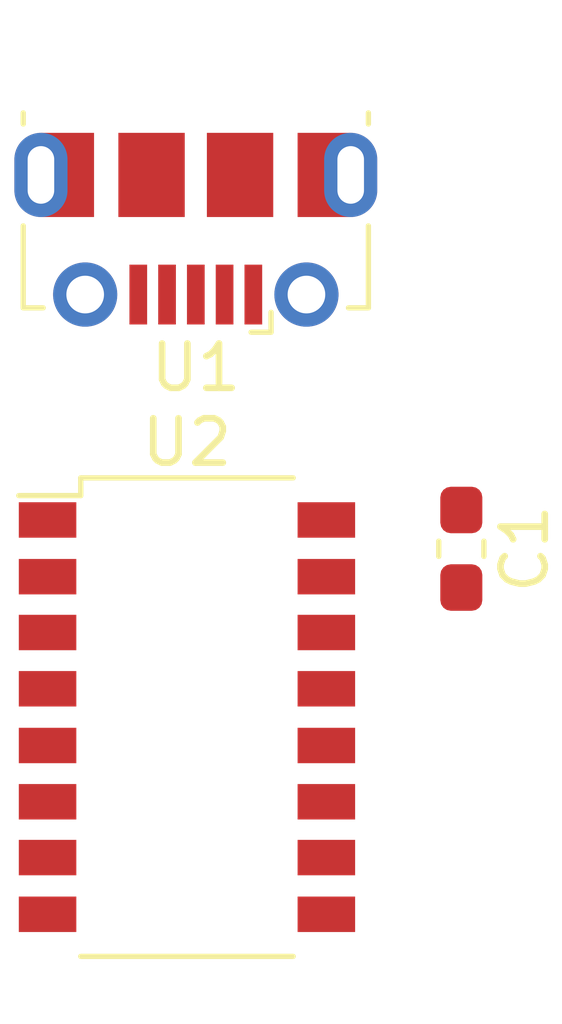
<source format=kicad_pcb>
(kicad_pcb (version 20171130) (host pcbnew 5.1.2-f72e74a~84~ubuntu18.04.1)

  (general
    (thickness 1.6)
    (drawings 0)
    (tracks 0)
    (zones 0)
    (modules 3)
    (nets 5)
  )

  (page User 215.9 139.7)
  (layers
    (0 F.Cu signal)
    (31 B.Cu signal)
    (32 B.Adhes user)
    (33 F.Adhes user)
    (34 B.Paste user)
    (35 F.Paste user)
    (36 B.SilkS user)
    (37 F.SilkS user)
    (38 B.Mask user)
    (39 F.Mask user)
    (40 Dwgs.User user)
    (41 Cmts.User user)
    (42 Eco1.User user)
    (43 Eco2.User user)
    (44 Edge.Cuts user)
    (45 Margin user)
    (46 B.CrtYd user)
    (47 F.CrtYd user)
    (48 B.Fab user)
    (49 F.Fab user)
  )

  (setup
    (last_trace_width 0.25)
    (trace_clearance 0.2)
    (zone_clearance 0.508)
    (zone_45_only no)
    (trace_min 0.2)
    (via_size 0.8)
    (via_drill 0.4)
    (via_min_size 0.4)
    (via_min_drill 0.3)
    (uvia_size 0.3)
    (uvia_drill 0.1)
    (uvias_allowed no)
    (uvia_min_size 0.2)
    (uvia_min_drill 0.1)
    (edge_width 0.05)
    (segment_width 0.2)
    (pcb_text_width 0.3)
    (pcb_text_size 1.5 1.5)
    (mod_edge_width 0.12)
    (mod_text_size 1 1)
    (mod_text_width 0.15)
    (pad_size 1.524 1.524)
    (pad_drill 0.762)
    (pad_to_mask_clearance 0.051)
    (solder_mask_min_width 0.25)
    (aux_axis_origin 0 0)
    (visible_elements FFFFFF7F)
    (pcbplotparams
      (layerselection 0x010fc_ffffffff)
      (usegerberextensions false)
      (usegerberattributes false)
      (usegerberadvancedattributes false)
      (creategerberjobfile false)
      (excludeedgelayer true)
      (linewidth 0.100000)
      (plotframeref false)
      (viasonmask false)
      (mode 1)
      (useauxorigin false)
      (hpglpennumber 1)
      (hpglpenspeed 20)
      (hpglpendiameter 15.000000)
      (psnegative false)
      (psa4output false)
      (plotreference true)
      (plotvalue true)
      (plotinvisibletext false)
      (padsonsilk false)
      (subtractmaskfromsilk false)
      (outputformat 1)
      (mirror false)
      (drillshape 1)
      (scaleselection 1)
      (outputdirectory ""))
  )

  (net 0 "")
  (net 1 +3V3)
  (net 2 GND)
  (net 3 "Net-(U1-Pad3)")
  (net 4 "Net-(U1-Pad2)")

  (net_class Default "This is the default net class."
    (clearance 0.2)
    (trace_width 0.25)
    (via_dia 0.8)
    (via_drill 0.4)
    (uvia_dia 0.3)
    (uvia_drill 0.1)
    (add_net +3V3)
    (add_net +5V)
    (add_net /DTR)
    (add_net /RTS)
    (add_net /RXI)
    (add_net /TXO)
    (add_net GND)
    (add_net "Net-(U1-Pad2)")
    (add_net "Net-(U1-Pad3)")
    (add_net "Net-(U1-Pad4)")
    (add_net "Net-(U2-Pad10)")
    (add_net "Net-(U2-Pad11)")
    (add_net "Net-(U2-Pad12)")
    (add_net "Net-(U2-Pad15)")
    (add_net "Net-(U2-Pad7)")
    (add_net "Net-(U2-Pad8)")
    (add_net "Net-(U2-Pad9)")
  )

  (module footprint-lib:CH340C (layer F.Cu) (tedit 5D034EB9) (tstamp 5D03E814)
    (at 20.2 27)
    (descr "16-Lead Plastic Small Outline http://www.vishay.com/docs/49633/sg2098.pdf")
    (tags CH340C)
    (path /5D069003)
    (attr smd)
    (fp_text reference U2 (at 0 -6.2) (layer F.SilkS)
      (effects (font (size 1 1) (thickness 0.15)))
    )
    (fp_text value CH340C (at 0 6.1) (layer F.Fab)
      (effects (font (size 1 1) (thickness 0.15)))
    )
    (fp_text user %R (at 0 0) (layer F.Fab)
      (effects (font (size 0.8 0.8) (thickness 0.15)))
    )
    (fp_line (start -2.2 -4.6) (end -1.6 -5.2) (layer F.Fab) (width 0.1))
    (fp_line (start -2.4 -5.4) (end -2.4 -5) (layer F.SilkS) (width 0.12))
    (fp_line (start -2.4 -5) (end -3.8 -5) (layer F.SilkS) (width 0.12))
    (fp_line (start -1.6 -5.2) (end 2.2 -5.2) (layer F.Fab) (width 0.1))
    (fp_line (start 2.2 -5.2) (end 2.2 5.2) (layer F.Fab) (width 0.1))
    (fp_line (start 2.2 5.2) (end -2.2 5.2) (layer F.Fab) (width 0.1))
    (fp_line (start -2.2 5.2) (end -2.2 -4.6) (layer F.Fab) (width 0.1))
    (fp_line (start -2.4 -5.4) (end 2.4 -5.4) (layer F.SilkS) (width 0.12))
    (fp_line (start -2.4 5.4) (end 2.4 5.4) (layer F.SilkS) (width 0.12))
    (fp_line (start -4.05 -5.45) (end 4.05 -5.45) (layer F.CrtYd) (width 0.05))
    (fp_line (start -4.05 -5.45) (end -4.05 5.45) (layer F.CrtYd) (width 0.05))
    (fp_line (start 4.05 5.45) (end 4.05 -5.45) (layer F.CrtYd) (width 0.05))
    (fp_line (start 4.05 5.45) (end -4.05 5.45) (layer F.CrtYd) (width 0.05))
    (pad 1 smd rect (at -3.15 -4.45) (size 1.3 0.8) (layers F.Cu F.Paste F.Mask)
      (net 2 GND))
    (pad 2 smd rect (at -3.15 -3.17) (size 1.3 0.8) (layers F.Cu F.Paste F.Mask))
    (pad 3 smd rect (at -3.15 -1.91) (size 1.3 0.8) (layers F.Cu F.Paste F.Mask))
    (pad 4 smd rect (at -3.15 -0.64) (size 1.3 0.8) (layers F.Cu F.Paste F.Mask)
      (net 1 +3V3))
    (pad 5 smd rect (at -3.15 0.64) (size 1.3 0.8) (layers F.Cu F.Paste F.Mask)
      (net 3 "Net-(U1-Pad3)"))
    (pad 6 smd rect (at -3.15 1.91) (size 1.3 0.8) (layers F.Cu F.Paste F.Mask)
      (net 4 "Net-(U1-Pad2)"))
    (pad 7 smd rect (at -3.15 3.17) (size 1.3 0.8) (layers F.Cu F.Paste F.Mask))
    (pad 8 smd rect (at -3.15 4.45) (size 1.3 0.8) (layers F.Cu F.Paste F.Mask))
    (pad 9 smd rect (at 3.15 4.45) (size 1.3 0.8) (layers F.Cu F.Paste F.Mask))
    (pad 10 smd rect (at 3.15 3.17) (size 1.3 0.8) (layers F.Cu F.Paste F.Mask))
    (pad 11 smd rect (at 3.15 1.91) (size 1.3 0.8) (layers F.Cu F.Paste F.Mask))
    (pad 12 smd rect (at 3.15 0.64) (size 1.3 0.8) (layers F.Cu F.Paste F.Mask))
    (pad 13 smd rect (at 3.15 -0.64) (size 1.3 0.8) (layers F.Cu F.Paste F.Mask))
    (pad 14 smd rect (at 3.15 -1.91) (size 1.3 0.8) (layers F.Cu F.Paste F.Mask))
    (pad 15 smd rect (at 3.15 -3.17) (size 1.3 0.8) (layers F.Cu F.Paste F.Mask))
    (pad 16 smd rect (at 3.15 -4.45) (size 1.3 0.8) (layers F.Cu F.Paste F.Mask)
      (net 1 +3V3))
    (model ${KISYS3DMOD}/Package_SO.3dshapes/SOP-16_4.4x10.4mm_P1.27mm.wrl
      (at (xyz 0 0 0))
      (scale (xyz 1 1 1))
      (rotate (xyz 0 0 0))
    )
  )

  (module footprint-lib:USB_Micro-B_Molex-105017-0001 (layer F.Cu) (tedit 5CF4B89B) (tstamp 5D03E7F2)
    (at 20.4 16 180)
    (descr http://www.molex.com/pdm_docs/sd/1050170001_sd.pdf)
    (tags "Micro-USB SMD Typ-B")
    (path /5D0698D1)
    (attr smd)
    (fp_text reference U1 (at 0 -3.1125) (layer F.SilkS)
      (effects (font (size 1 1) (thickness 0.15)))
    )
    (fp_text value USB_Micro (at 0.3 4.3375) (layer F.Fab)
      (effects (font (size 1 1) (thickness 0.15)))
    )
    (fp_line (start -1.1 -2.1225) (end -1.1 -1.9125) (layer F.Fab) (width 0.1))
    (fp_line (start -1.5 -2.1225) (end -1.5 -1.9125) (layer F.Fab) (width 0.1))
    (fp_line (start -1.5 -2.1225) (end -1.1 -2.1225) (layer F.Fab) (width 0.1))
    (fp_line (start -1.1 -1.9125) (end -1.3 -1.7125) (layer F.Fab) (width 0.1))
    (fp_line (start -1.3 -1.7125) (end -1.5 -1.9125) (layer F.Fab) (width 0.1))
    (fp_line (start -1.7 -2.3125) (end -1.7 -1.8625) (layer F.SilkS) (width 0.12))
    (fp_line (start -1.7 -2.3125) (end -1.25 -2.3125) (layer F.SilkS) (width 0.12))
    (fp_line (start 3.9 -1.7625) (end 3.45 -1.7625) (layer F.SilkS) (width 0.12))
    (fp_line (start 3.9 0.0875) (end 3.9 -1.7625) (layer F.SilkS) (width 0.12))
    (fp_line (start -3.9 2.6375) (end -3.9 2.3875) (layer F.SilkS) (width 0.12))
    (fp_line (start -3.75 3.3875) (end -3.75 -1.6125) (layer F.Fab) (width 0.1))
    (fp_line (start -3.75 -1.6125) (end 3.75 -1.6125) (layer F.Fab) (width 0.1))
    (fp_line (start -3.75 3.389204) (end 3.75 3.389204) (layer F.Fab) (width 0.1))
    (fp_line (start -3 2.689204) (end 3 2.689204) (layer F.Fab) (width 0.1))
    (fp_line (start 3.75 3.3875) (end 3.75 -1.6125) (layer F.Fab) (width 0.1))
    (fp_line (start 3.9 2.6375) (end 3.9 2.3875) (layer F.SilkS) (width 0.12))
    (fp_line (start -3.9 0.0875) (end -3.9 -1.7625) (layer F.SilkS) (width 0.12))
    (fp_line (start -3.9 -1.7625) (end -3.45 -1.7625) (layer F.SilkS) (width 0.12))
    (fp_line (start -4.4 3.64) (end -4.4 -2.46) (layer F.CrtYd) (width 0.05))
    (fp_line (start -4.4 -2.46) (end 4.4 -2.46) (layer F.CrtYd) (width 0.05))
    (fp_line (start 4.4 -2.46) (end 4.4 3.64) (layer F.CrtYd) (width 0.05))
    (fp_line (start -4.4 3.64) (end 4.4 3.64) (layer F.CrtYd) (width 0.05))
    (fp_text user %R (at 0 0.8875) (layer F.Fab)
      (effects (font (size 1 1) (thickness 0.15)))
    )
    (fp_text user "PCB Edge" (at 0 3.2) (layer Dwgs.User)
      (effects (font (size 0.5 0.5) (thickness 0.08)))
    )
    (pad 6 smd rect (at -2.9 1.2375 180) (size 1.2 1.9) (layers F.Cu F.Mask)
      (net 2 GND))
    (pad 7 smd rect (at 2.9 1.2375 180) (size 1.2 1.9) (layers F.Cu F.Mask)
      (net 2 GND))
    (pad 7 thru_hole oval (at 3.5 1.2375 180) (size 1.2 1.9) (drill oval 0.6 1.3) (layers *.Cu *.Mask)
      (net 2 GND))
    (pad 6 thru_hole oval (at -3.5 1.2375) (size 1.2 1.9) (drill oval 0.6 1.3) (layers *.Cu *.Mask)
      (net 2 GND))
    (pad 6 smd rect (at -1 1.2375 180) (size 1.5 1.9) (layers F.Cu F.Paste F.Mask)
      (net 2 GND))
    (pad 9 thru_hole circle (at 2.5 -1.4625 180) (size 1.45 1.45) (drill 0.85) (layers *.Cu *.Mask)
      (net 2 GND))
    (pad 3 smd rect (at 0 -1.4625 180) (size 0.4 1.35) (layers F.Cu F.Paste F.Mask)
      (net 3 "Net-(U1-Pad3)"))
    (pad 4 smd rect (at 0.65 -1.4625 180) (size 0.4 1.35) (layers F.Cu F.Paste F.Mask))
    (pad 5 smd rect (at 1.3 -1.4625 180) (size 0.4 1.35) (layers F.Cu F.Paste F.Mask)
      (net 2 GND))
    (pad 1 smd rect (at -1.3 -1.4625 180) (size 0.4 1.35) (layers F.Cu F.Paste F.Mask))
    (pad 2 smd rect (at -0.65 -1.4625 180) (size 0.4 1.35) (layers F.Cu F.Paste F.Mask)
      (net 4 "Net-(U1-Pad2)"))
    (pad 8 thru_hole circle (at -2.5 -1.4625 180) (size 1.45 1.45) (drill 0.85) (layers *.Cu *.Mask)
      (net 2 GND))
    (pad 7 smd rect (at 1 1.2375 180) (size 1.5 1.9) (layers F.Cu F.Paste F.Mask)
      (net 2 GND))
    (model /home/logic/_workspace/kicad/kicad_library/kicad-packages3d/Connector_USB_Extra.3dshapes/USB_Micro-B_Molex-105017-0001.wrl
      (at (xyz 0 0 0))
      (scale (xyz 1.1 1 1))
      (rotate (xyz 0 0 0))
    )
  )

  (module Capacitor_SMD:C_0603_1608Metric_Pad1.05x0.95mm_HandSolder (layer F.Cu) (tedit 5B301BBE) (tstamp 5D03E7C9)
    (at 26.4 23.2 270)
    (descr "Capacitor SMD 0603 (1608 Metric), square (rectangular) end terminal, IPC_7351 nominal with elongated pad for handsoldering. (Body size source: http://www.tortai-tech.com/upload/download/2011102023233369053.pdf), generated with kicad-footprint-generator")
    (tags "capacitor handsolder")
    (path /5D07050C)
    (attr smd)
    (fp_text reference C1 (at 0 -1.43 90) (layer F.SilkS)
      (effects (font (size 1 1) (thickness 0.15)))
    )
    (fp_text value C104,0603 (at 0 1.43 90) (layer F.Fab)
      (effects (font (size 1 1) (thickness 0.15)))
    )
    (fp_text user %R (at 0 0 90) (layer F.Fab)
      (effects (font (size 0.4 0.4) (thickness 0.06)))
    )
    (fp_line (start 1.65 0.73) (end -1.65 0.73) (layer F.CrtYd) (width 0.05))
    (fp_line (start 1.65 -0.73) (end 1.65 0.73) (layer F.CrtYd) (width 0.05))
    (fp_line (start -1.65 -0.73) (end 1.65 -0.73) (layer F.CrtYd) (width 0.05))
    (fp_line (start -1.65 0.73) (end -1.65 -0.73) (layer F.CrtYd) (width 0.05))
    (fp_line (start -0.171267 0.51) (end 0.171267 0.51) (layer F.SilkS) (width 0.12))
    (fp_line (start -0.171267 -0.51) (end 0.171267 -0.51) (layer F.SilkS) (width 0.12))
    (fp_line (start 0.8 0.4) (end -0.8 0.4) (layer F.Fab) (width 0.1))
    (fp_line (start 0.8 -0.4) (end 0.8 0.4) (layer F.Fab) (width 0.1))
    (fp_line (start -0.8 -0.4) (end 0.8 -0.4) (layer F.Fab) (width 0.1))
    (fp_line (start -0.8 0.4) (end -0.8 -0.4) (layer F.Fab) (width 0.1))
    (pad 2 smd roundrect (at 0.875 0 270) (size 1.05 0.95) (layers F.Cu F.Paste F.Mask) (roundrect_rratio 0.25)
      (net 1 +3V3))
    (pad 1 smd roundrect (at -0.875 0 270) (size 1.05 0.95) (layers F.Cu F.Paste F.Mask) (roundrect_rratio 0.25)
      (net 2 GND))
    (model ${KISYS3DMOD}/Capacitor_SMD.3dshapes/C_0603_1608Metric.wrl
      (at (xyz 0 0 0))
      (scale (xyz 1 1 1))
      (rotate (xyz 0 0 0))
    )
  )

)

</source>
